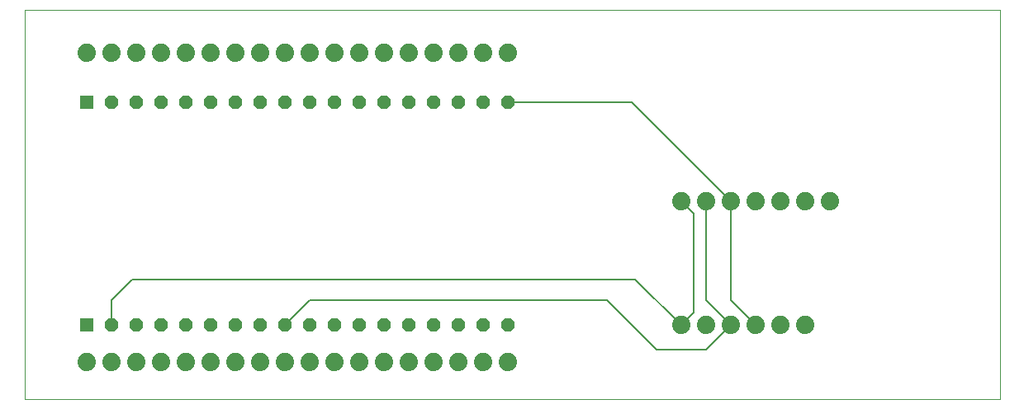
<source format=gtl>
G75*
%MOIN*%
%OFA0B0*%
%FSLAX25Y25*%
%IPPOS*%
%LPD*%
%AMOC8*
5,1,8,0,0,1.08239X$1,22.5*
%
%ADD10C,0.00000*%
%ADD11C,0.07400*%
%ADD12R,0.05550X0.05550*%
%ADD13OC8,0.05550*%
%ADD14C,0.00800*%
D10*
X0001300Y0001800D02*
X0001300Y0159280D01*
X0395001Y0159280D01*
X0395001Y0001800D01*
X0001300Y0001800D01*
D11*
X0026300Y0016800D03*
X0036300Y0016800D03*
X0046300Y0016800D03*
X0056300Y0016800D03*
X0066300Y0016800D03*
X0076300Y0016800D03*
X0086300Y0016800D03*
X0096300Y0016800D03*
X0106300Y0016800D03*
X0116300Y0016800D03*
X0126300Y0016800D03*
X0136300Y0016800D03*
X0146300Y0016800D03*
X0156300Y0016800D03*
X0166300Y0016800D03*
X0176300Y0016800D03*
X0186300Y0016800D03*
X0196300Y0016800D03*
X0266300Y0031800D03*
X0276300Y0031800D03*
X0286300Y0031800D03*
X0296300Y0031800D03*
X0306300Y0031800D03*
X0316300Y0031800D03*
X0316300Y0081800D03*
X0306300Y0081800D03*
X0296300Y0081800D03*
X0286300Y0081800D03*
X0276300Y0081800D03*
X0266300Y0081800D03*
X0326300Y0081800D03*
X0196300Y0141800D03*
X0186300Y0141800D03*
X0176300Y0141800D03*
X0166300Y0141800D03*
X0156300Y0141800D03*
X0146300Y0141800D03*
X0136300Y0141800D03*
X0126300Y0141800D03*
X0116300Y0141800D03*
X0106300Y0141800D03*
X0096300Y0141800D03*
X0086300Y0141800D03*
X0076300Y0141800D03*
X0066300Y0141800D03*
X0056300Y0141800D03*
X0046300Y0141800D03*
X0036300Y0141800D03*
X0026300Y0141800D03*
D12*
X0026300Y0121800D03*
X0026300Y0031800D03*
D13*
X0036300Y0031800D03*
X0046300Y0031800D03*
X0056300Y0031800D03*
X0066300Y0031800D03*
X0076300Y0031800D03*
X0086300Y0031800D03*
X0096300Y0031800D03*
X0106300Y0031800D03*
X0116300Y0031800D03*
X0126300Y0031800D03*
X0136300Y0031800D03*
X0146300Y0031800D03*
X0156300Y0031800D03*
X0166300Y0031800D03*
X0176300Y0031800D03*
X0186300Y0031800D03*
X0196300Y0031800D03*
X0196300Y0121800D03*
X0186300Y0121800D03*
X0176300Y0121800D03*
X0166300Y0121800D03*
X0156300Y0121800D03*
X0146300Y0121800D03*
X0136300Y0121800D03*
X0126300Y0121800D03*
X0116300Y0121800D03*
X0106300Y0121800D03*
X0096300Y0121800D03*
X0086300Y0121800D03*
X0076300Y0121800D03*
X0066300Y0121800D03*
X0056300Y0121800D03*
X0046300Y0121800D03*
X0036300Y0121800D03*
D14*
X0196300Y0121800D02*
X0246300Y0121800D01*
X0286300Y0081800D01*
X0286300Y0041800D01*
X0296300Y0031800D01*
X0286300Y0031800D02*
X0276300Y0041800D01*
X0276300Y0081800D01*
X0271300Y0076800D02*
X0266300Y0081800D01*
X0271300Y0076800D02*
X0271300Y0036800D01*
X0266300Y0031800D01*
X0247825Y0050275D01*
X0044861Y0050275D01*
X0036300Y0041714D01*
X0036300Y0031800D01*
X0106300Y0031800D02*
X0116300Y0041800D01*
X0236300Y0041800D01*
X0256300Y0021800D01*
X0276300Y0021800D01*
X0279300Y0024800D01*
X0286300Y0031800D01*
M02*

</source>
